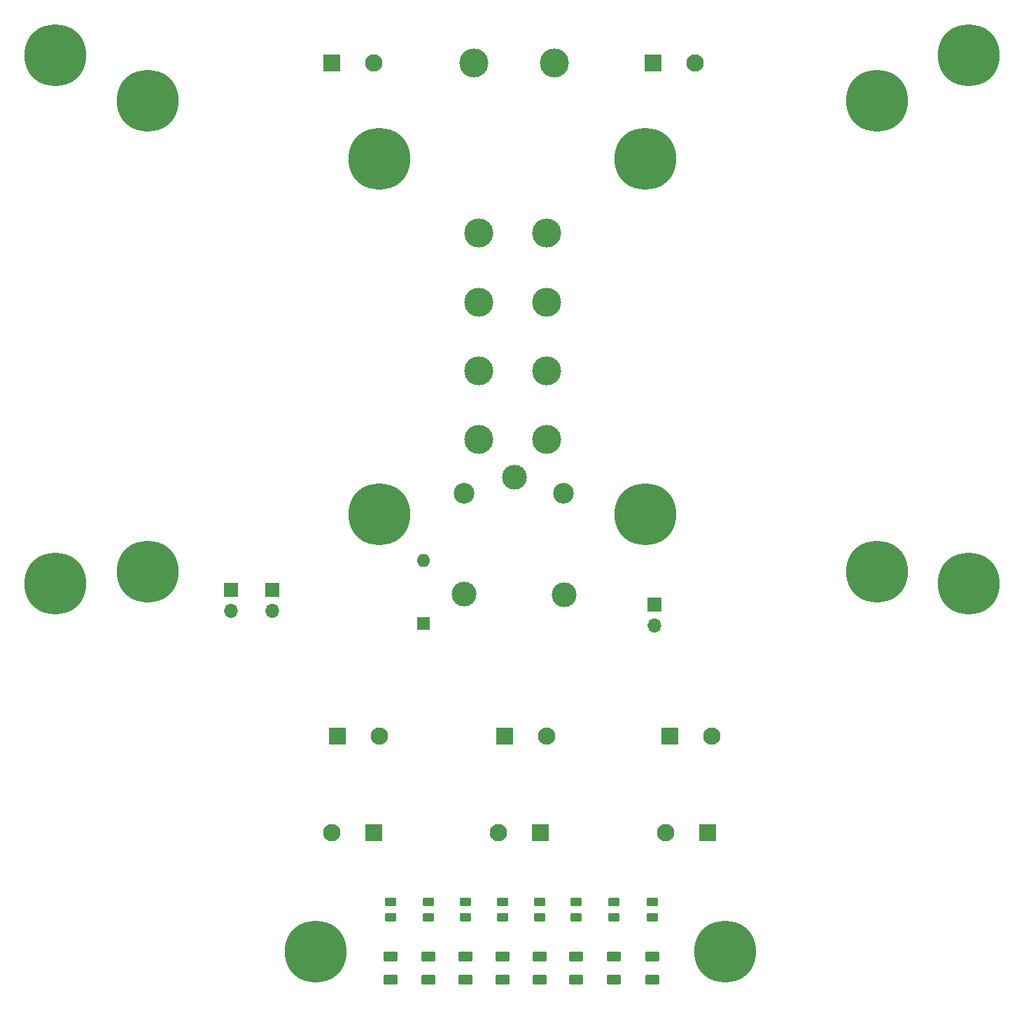
<source format=gbr>
%TF.GenerationSoftware,KiCad,Pcbnew,7.0.9*%
%TF.CreationDate,2023-12-24T18:30:05+01:00*%
%TF.ProjectId,pcb_puissance,7063625f-7075-4697-9373-616e63652e6b,1.1*%
%TF.SameCoordinates,Original*%
%TF.FileFunction,Soldermask,Top*%
%TF.FilePolarity,Negative*%
%FSLAX46Y46*%
G04 Gerber Fmt 4.6, Leading zero omitted, Abs format (unit mm)*
G04 Created by KiCad (PCBNEW 7.0.9) date 2023-12-24 18:30:05*
%MOMM*%
%LPD*%
G01*
G04 APERTURE LIST*
G04 Aperture macros list*
%AMRoundRect*
0 Rectangle with rounded corners*
0 $1 Rounding radius*
0 $2 $3 $4 $5 $6 $7 $8 $9 X,Y pos of 4 corners*
0 Add a 4 corners polygon primitive as box body*
4,1,4,$2,$3,$4,$5,$6,$7,$8,$9,$2,$3,0*
0 Add four circle primitives for the rounded corners*
1,1,$1+$1,$2,$3*
1,1,$1+$1,$4,$5*
1,1,$1+$1,$6,$7*
1,1,$1+$1,$8,$9*
0 Add four rect primitives between the rounded corners*
20,1,$1+$1,$2,$3,$4,$5,0*
20,1,$1+$1,$4,$5,$6,$7,0*
20,1,$1+$1,$6,$7,$8,$9,0*
20,1,$1+$1,$8,$9,$2,$3,0*%
G04 Aperture macros list end*
%ADD10C,7.500000*%
%ADD11C,3.500000*%
%ADD12RoundRect,0.250000X0.450000X-0.262500X0.450000X0.262500X-0.450000X0.262500X-0.450000X-0.262500X0*%
%ADD13R,2.100000X2.100000*%
%ADD14C,2.100000*%
%ADD15R,1.700000X1.700000*%
%ADD16O,1.700000X1.700000*%
%ADD17RoundRect,0.250000X0.625000X-0.375000X0.625000X0.375000X-0.625000X0.375000X-0.625000X-0.375000X0*%
%ADD18R,1.600000X1.600000*%
%ADD19O,1.600000X1.600000*%
%ADD20C,3.000000*%
%ADD21C,2.500000*%
G04 APERTURE END LIST*
D10*
%TO.C,Fix4*%
X139000000Y-96000000D03*
%TD*%
D11*
%TO.C,TRANSFO1*%
X87900000Y-53550000D03*
X87900000Y-61900000D03*
X87900000Y-70200000D03*
X87900000Y-78550000D03*
D10*
X127900000Y-37550000D03*
X99900000Y-44550000D03*
X99900000Y-87550000D03*
X127900000Y-94550000D03*
%TD*%
D12*
%TO.C,R8*%
X78084000Y-136312500D03*
X78084000Y-134487500D03*
%TD*%
%TO.C,R4*%
X91500000Y-136312500D03*
X91500000Y-134487500D03*
%TD*%
D13*
%TO.C,J1*%
X100815000Y-33000000D03*
D14*
X105895000Y-33000000D03*
%TD*%
D10*
%TO.C,Fix2*%
X139000000Y-32000000D03*
%TD*%
D13*
%TO.C,J5*%
X62620000Y-114415000D03*
D14*
X67700000Y-114415000D03*
%TD*%
D15*
%TO.C,J10*%
X54750000Y-96710000D03*
D16*
X54750000Y-99250000D03*
%TD*%
D13*
%TO.C,J6*%
X67000000Y-126085000D03*
D14*
X61920000Y-126085000D03*
%TD*%
D13*
%TO.C,J3*%
X107435000Y-126085000D03*
D14*
X102355000Y-126085000D03*
%TD*%
D12*
%TO.C,R5*%
X69084000Y-136312500D03*
X69084000Y-134487500D03*
%TD*%
%TO.C,R2*%
X82584000Y-136312500D03*
X82584000Y-134487500D03*
%TD*%
D17*
%TO.C,D2*%
X82584000Y-143900000D03*
X82584000Y-141100000D03*
%TD*%
D13*
%TO.C,J2*%
X61920000Y-33000000D03*
D14*
X67000000Y-33000000D03*
%TD*%
D11*
%TO.C,TRANSFO2*%
X79700000Y-78550000D03*
X79700000Y-70200000D03*
X79700000Y-61900000D03*
X79700000Y-53550000D03*
D10*
X39700000Y-94550000D03*
X67700000Y-87550000D03*
X67700000Y-44550000D03*
X39700000Y-37550000D03*
%TD*%
D17*
%TO.C,D5*%
X69084000Y-143900000D03*
X69084000Y-141100000D03*
%TD*%
%TO.C,D4*%
X91500000Y-143900000D03*
X91500000Y-141100000D03*
%TD*%
D12*
%TO.C,R7*%
X96084000Y-136312500D03*
X96084000Y-134487500D03*
%TD*%
D13*
%TO.C,J4*%
X102815000Y-114415000D03*
D14*
X107895000Y-114415000D03*
%TD*%
D10*
%TO.C,Fix5*%
X60000000Y-140500000D03*
%TD*%
%TO.C,Fix3*%
X28500000Y-96000000D03*
%TD*%
%TO.C,Fix6*%
X109500000Y-140500000D03*
%TD*%
D17*
%TO.C,D1*%
X73584000Y-143900000D03*
X73584000Y-141100000D03*
%TD*%
D12*
%TO.C,R1*%
X73584000Y-136312500D03*
X73584000Y-134487500D03*
%TD*%
D17*
%TO.C,D8*%
X78084000Y-143900000D03*
X78084000Y-141100000D03*
%TD*%
D15*
%TO.C,J9*%
X101000000Y-98475000D03*
D16*
X101000000Y-101015000D03*
%TD*%
D11*
%TO.C,F1*%
X88850000Y-33000000D03*
X79150000Y-33000000D03*
%TD*%
D13*
%TO.C,J7*%
X87185000Y-126085000D03*
D14*
X82105000Y-126085000D03*
%TD*%
D17*
%TO.C,D7*%
X96072000Y-143900000D03*
X96072000Y-141100000D03*
%TD*%
D12*
%TO.C,R3*%
X100742000Y-136320500D03*
X100742000Y-134495500D03*
%TD*%
D17*
%TO.C,D6*%
X87084000Y-143900000D03*
X87084000Y-141100000D03*
%TD*%
D10*
%TO.C,Fix1*%
X28500000Y-32000000D03*
%TD*%
D13*
%TO.C,J8*%
X82815000Y-114415000D03*
D14*
X87895000Y-114415000D03*
%TD*%
D12*
%TO.C,R6*%
X87084000Y-136312500D03*
X87084000Y-134487500D03*
%TD*%
D17*
%TO.C,D3*%
X100750000Y-143908000D03*
X100750000Y-141108000D03*
%TD*%
D18*
%TO.C,D9*%
X73000000Y-100810000D03*
D19*
X73000000Y-93190000D03*
%TD*%
D20*
%TO.C,K1*%
X84000000Y-83100000D03*
D21*
X77950000Y-85050000D03*
D20*
X77950000Y-97250000D03*
X90000000Y-97300000D03*
D21*
X89950000Y-85050000D03*
%TD*%
D15*
%TO.C,J11*%
X49750000Y-96725000D03*
D16*
X49750000Y-99265000D03*
%TD*%
M02*

</source>
